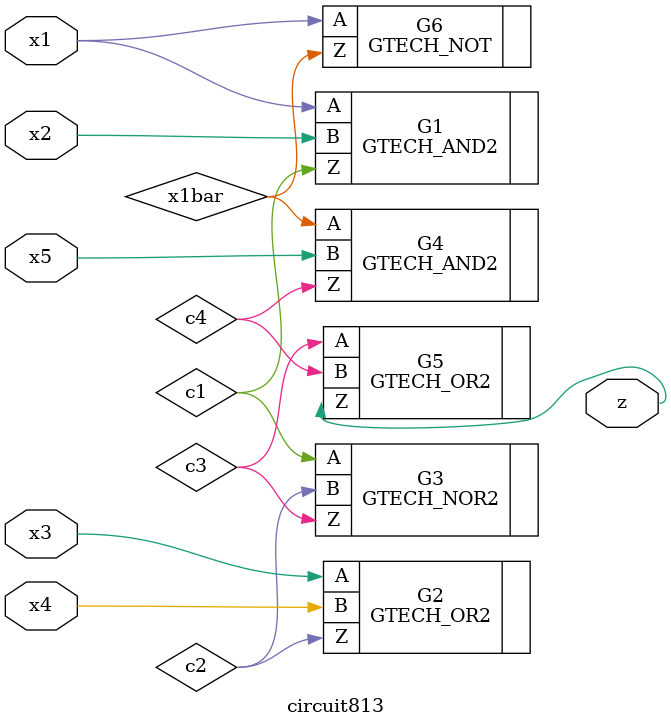
<source format=v>
module circuit813( x1, x2, x3, x4, x5, z );
  input x1, x2, x3, x4, x5;
  output z;
  wire  c1,c2,c3,c4,x1bar;

  GTECH_NOT  G6(.A(x1),.Z(x1bar));
  GTECH_AND2 G1 ( .A(x1), .B(x2), .Z(c1) );
  GTECH_OR2 G2 ( .A(x3), .B(x4), .Z(c2) );
  GTECH_NOR2 G3 ( .A(c1), .B(c2), .Z(c3) );
  GTECH_AND2 G4 ( .A(x1bar), .B(x5), .Z(c4) );
  GTECH_OR2 G5 ( .A(c3), .B(c4), .Z(z) );
endmodule


</source>
